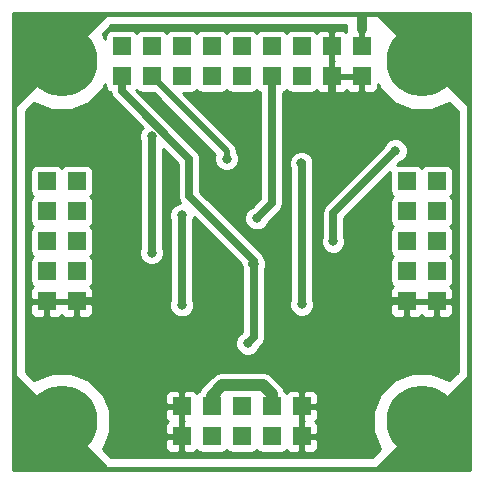
<source format=gbr>
G04 #@! TF.GenerationSoftware,KiCad,Pcbnew,(2017-02-05 revision 431abcf)-makepkg*
G04 #@! TF.CreationDate,2017-05-10T12:01:26+02:00*
G04 #@! TF.ProjectId,OZDUAL03B,4F5A4455414C3033422E6B696361645F,rev?*
G04 #@! TF.FileFunction,Copper,L1,Top,Signal*
G04 #@! TF.FilePolarity,Positive*
%FSLAX46Y46*%
G04 Gerber Fmt 4.6, Leading zero omitted, Abs format (unit mm)*
G04 Created by KiCad (PCBNEW (2017-02-05 revision 431abcf)-makepkg) date 05/10/17 12:01:26*
%MOMM*%
%LPD*%
G01*
G04 APERTURE LIST*
%ADD10C,0.100000*%
%ADD11R,1.524000X1.524000*%
%ADD12C,6.000000*%
%ADD13C,0.800000*%
%ADD14C,0.635000*%
%ADD15C,1.016000*%
%ADD16C,0.508000*%
%ADD17C,0.254000*%
G04 APERTURE END LIST*
D10*
D11*
X163830000Y-94820000D03*
X161290000Y-94820000D03*
X163830000Y-97360000D03*
X161290000Y-97360000D03*
X163830000Y-99900000D03*
X161290000Y-99900000D03*
X163830000Y-102440000D03*
X161290000Y-102440000D03*
X163830000Y-104980000D03*
X161290000Y-104980000D03*
X157480000Y-85930000D03*
X157480000Y-83390000D03*
X152400000Y-116410000D03*
X152400000Y-113870000D03*
X149860000Y-116410000D03*
X149860000Y-113870000D03*
X147320000Y-116410000D03*
X147320000Y-113870000D03*
X144780000Y-116410000D03*
X144780000Y-113870000D03*
X142240000Y-116410000D03*
X142240000Y-113870000D03*
X133350000Y-94820000D03*
X130810000Y-94820000D03*
X133350000Y-97360000D03*
X130810000Y-97360000D03*
X133350000Y-99900000D03*
X130810000Y-99900000D03*
X133350000Y-102440000D03*
X130810000Y-102440000D03*
X133350000Y-104980000D03*
X130810000Y-104980000D03*
D12*
X132080000Y-84660000D03*
X132080000Y-115140000D03*
X162560000Y-84660000D03*
X162560000Y-115140000D03*
D11*
X154940000Y-85930000D03*
X154940000Y-83390000D03*
X152400000Y-85930000D03*
X152400000Y-83390000D03*
X149860000Y-85930000D03*
X149860000Y-83390000D03*
X147320000Y-85930000D03*
X147320000Y-83390000D03*
X144780000Y-85930000D03*
X144780000Y-83390000D03*
X142240000Y-85930000D03*
X142240000Y-83390000D03*
X139700000Y-85930000D03*
X139700000Y-83390000D03*
X137160000Y-85930000D03*
X137160000Y-83390000D03*
D13*
X154940000Y-93296000D03*
X137160000Y-93232500D03*
X154940000Y-106504000D03*
X148336000Y-101805000D03*
X147828000Y-108536000D03*
X146050000Y-92915000D03*
X148590000Y-97931500D03*
X139700000Y-91010000D03*
X139700000Y-100852500D03*
X142240000Y-105297500D03*
X142240000Y-97677500D03*
X152400000Y-105234000D03*
X152368250Y-93264250D03*
X155067000Y-99900000D03*
X160337500Y-92216500D03*
D14*
X154940000Y-93296000D02*
X154940000Y-85930000D01*
X134937500Y-104980000D02*
X133350000Y-104980000D01*
X137223500Y-102694000D02*
X134937500Y-104980000D01*
X137223500Y-93296000D02*
X137223500Y-102694000D01*
X137160000Y-93232500D02*
X137223500Y-93296000D01*
X156464000Y-104980000D02*
X154940000Y-106504000D01*
X154940000Y-106504000D02*
X154940000Y-106504000D01*
X161290000Y-104980000D02*
X156464000Y-104980000D01*
X148336000Y-101805000D02*
X148336000Y-101551000D01*
X137160000Y-87200000D02*
X137160000Y-85930000D01*
X142875000Y-92915000D02*
X137160000Y-87200000D01*
X142875000Y-96090000D02*
X142875000Y-92915000D01*
X148336000Y-101551000D02*
X142875000Y-96090000D01*
X148336000Y-101805000D02*
X148209000Y-101805000D01*
X148209000Y-101805000D02*
X148336000Y-101805000D01*
X148336000Y-108028000D02*
X148336000Y-101805000D01*
X147828000Y-108536000D02*
X148336000Y-108028000D01*
D15*
X144780000Y-113870000D02*
X144780000Y-112981000D01*
X149860000Y-112854000D02*
X149860000Y-113870000D01*
X149098000Y-112092000D02*
X149860000Y-112854000D01*
X145669000Y-112092000D02*
X149098000Y-112092000D01*
X144780000Y-112981000D02*
X145669000Y-112092000D01*
D16*
X139720000Y-85930000D02*
X146050000Y-92260000D01*
X146050000Y-92260000D02*
X146050000Y-92915000D01*
X139700000Y-85930000D02*
X139720000Y-85930000D01*
D14*
X149860000Y-96661500D02*
X149860000Y-85930000D01*
X148590000Y-97931500D02*
X149860000Y-96661500D01*
X139700000Y-100852500D02*
X139700000Y-91010000D01*
D16*
X139700000Y-100852500D02*
X139700000Y-100725500D01*
D14*
X139700000Y-100725500D02*
X139700000Y-100789000D01*
X142240000Y-105297500D02*
X142240000Y-97677500D01*
X152400000Y-93296000D02*
X152400000Y-105234000D01*
X152400000Y-93296000D02*
X152368250Y-93264250D01*
X155067000Y-97487000D02*
X155067000Y-99900000D01*
X160337500Y-92216500D02*
X155067000Y-97487000D01*
D17*
G36*
X166676000Y-119254200D02*
X127964000Y-119254200D01*
X127964000Y-88470000D01*
X128143000Y-88470000D01*
X128143000Y-111330000D01*
X128152667Y-111378601D01*
X128180197Y-111419803D01*
X135800197Y-119039803D01*
X135841399Y-119067333D01*
X135890000Y-119077000D01*
X158750000Y-119077000D01*
X158798601Y-119067333D01*
X158839803Y-119039803D01*
X166459803Y-111419803D01*
X166487333Y-111378601D01*
X166497000Y-111330000D01*
X166497000Y-88470000D01*
X166487333Y-88421399D01*
X166459803Y-88380197D01*
X158839803Y-80760197D01*
X158798601Y-80732667D01*
X158750000Y-80723000D01*
X157861000Y-80723000D01*
X157812399Y-80732667D01*
X157771197Y-80760197D01*
X157743667Y-80801399D01*
X157734000Y-80850000D01*
X157734000Y-82024750D01*
X157607000Y-82151750D01*
X157607000Y-83263000D01*
X157627000Y-83263000D01*
X157627000Y-83517000D01*
X157607000Y-83517000D01*
X157607000Y-83537000D01*
X157353000Y-83537000D01*
X157353000Y-83517000D01*
X157333000Y-83517000D01*
X157333000Y-83263000D01*
X157353000Y-83263000D01*
X157353000Y-82151750D01*
X157194250Y-81993000D01*
X157162500Y-81993000D01*
X157162500Y-80850000D01*
X157152833Y-80801399D01*
X157125303Y-80760197D01*
X157084101Y-80732667D01*
X157035500Y-80723000D01*
X135890000Y-80723000D01*
X135841399Y-80732667D01*
X135800197Y-80760197D01*
X128180197Y-88380197D01*
X128152667Y-88421399D01*
X128143000Y-88470000D01*
X127964000Y-88470000D01*
X127964000Y-80542200D01*
X166676000Y-80542200D01*
X166676000Y-119254200D01*
X166676000Y-119254200D01*
G37*
X166676000Y-119254200D02*
X127964000Y-119254200D01*
X127964000Y-88470000D01*
X128143000Y-88470000D01*
X128143000Y-111330000D01*
X128152667Y-111378601D01*
X128180197Y-111419803D01*
X135800197Y-119039803D01*
X135841399Y-119067333D01*
X135890000Y-119077000D01*
X158750000Y-119077000D01*
X158798601Y-119067333D01*
X158839803Y-119039803D01*
X166459803Y-111419803D01*
X166487333Y-111378601D01*
X166497000Y-111330000D01*
X166497000Y-88470000D01*
X166487333Y-88421399D01*
X166459803Y-88380197D01*
X158839803Y-80760197D01*
X158798601Y-80732667D01*
X158750000Y-80723000D01*
X157861000Y-80723000D01*
X157812399Y-80732667D01*
X157771197Y-80760197D01*
X157743667Y-80801399D01*
X157734000Y-80850000D01*
X157734000Y-82024750D01*
X157607000Y-82151750D01*
X157607000Y-83263000D01*
X157627000Y-83263000D01*
X157627000Y-83517000D01*
X157607000Y-83517000D01*
X157607000Y-83537000D01*
X157353000Y-83537000D01*
X157353000Y-83517000D01*
X157333000Y-83517000D01*
X157333000Y-83263000D01*
X157353000Y-83263000D01*
X157353000Y-82151750D01*
X157194250Y-81993000D01*
X157162500Y-81993000D01*
X157162500Y-80850000D01*
X157152833Y-80801399D01*
X157125303Y-80760197D01*
X157084101Y-80732667D01*
X157035500Y-80723000D01*
X135890000Y-80723000D01*
X135841399Y-80732667D01*
X135800197Y-80760197D01*
X128180197Y-88380197D01*
X128152667Y-88421399D01*
X128143000Y-88470000D01*
X127964000Y-88470000D01*
X127964000Y-80542200D01*
X166676000Y-80542200D01*
X166676000Y-119254200D01*
G36*
X156146500Y-82174475D02*
X156061699Y-82089673D01*
X155828310Y-81993000D01*
X155225750Y-81993000D01*
X155067000Y-82151750D01*
X155067000Y-83263000D01*
X155087000Y-83263000D01*
X155087000Y-83517000D01*
X155067000Y-83517000D01*
X155067000Y-84628250D01*
X155098750Y-84660000D01*
X155067000Y-84691750D01*
X155067000Y-85803000D01*
X156178250Y-85803000D01*
X156210000Y-85771250D01*
X156241750Y-85803000D01*
X157353000Y-85803000D01*
X157353000Y-85783000D01*
X157607000Y-85783000D01*
X157607000Y-85803000D01*
X157627000Y-85803000D01*
X157627000Y-86057000D01*
X157607000Y-86057000D01*
X157607000Y-87168250D01*
X157765750Y-87327000D01*
X158368310Y-87327000D01*
X158601699Y-87230327D01*
X158780327Y-87051698D01*
X158877000Y-86818309D01*
X158877000Y-86553603D01*
X159059259Y-86994704D01*
X160219190Y-88156660D01*
X161735487Y-88786282D01*
X163377310Y-88787715D01*
X164894704Y-88160741D01*
X164911684Y-88143790D01*
X165608000Y-88840106D01*
X165608000Y-110959894D01*
X164912672Y-111655222D01*
X164900810Y-111643340D01*
X163384513Y-111013718D01*
X161742690Y-111012285D01*
X160225296Y-111639259D01*
X159063340Y-112799190D01*
X158433718Y-114315487D01*
X158432285Y-115957310D01*
X159059259Y-117474704D01*
X159076210Y-117491684D01*
X158379894Y-118188000D01*
X136260106Y-118188000D01*
X135564778Y-117492672D01*
X135576660Y-117480810D01*
X135902645Y-116695750D01*
X140843000Y-116695750D01*
X140843000Y-117298309D01*
X140939673Y-117531698D01*
X141118301Y-117710327D01*
X141351690Y-117807000D01*
X141954250Y-117807000D01*
X142113000Y-117648250D01*
X142113000Y-116537000D01*
X141001750Y-116537000D01*
X140843000Y-116695750D01*
X135902645Y-116695750D01*
X136206282Y-115964513D01*
X136207715Y-114322690D01*
X136138737Y-114155750D01*
X140843000Y-114155750D01*
X140843000Y-114758309D01*
X140939673Y-114991698D01*
X141087974Y-115140000D01*
X140939673Y-115288302D01*
X140843000Y-115521691D01*
X140843000Y-116124250D01*
X141001750Y-116283000D01*
X142113000Y-116283000D01*
X142113000Y-115171750D01*
X142081250Y-115140000D01*
X142113000Y-115108250D01*
X142113000Y-113997000D01*
X141001750Y-113997000D01*
X140843000Y-114155750D01*
X136138737Y-114155750D01*
X135653626Y-112981691D01*
X140843000Y-112981691D01*
X140843000Y-113584250D01*
X141001750Y-113743000D01*
X142113000Y-113743000D01*
X142113000Y-112631750D01*
X142367000Y-112631750D01*
X142367000Y-113743000D01*
X142387000Y-113743000D01*
X142387000Y-113997000D01*
X142367000Y-113997000D01*
X142367000Y-115108250D01*
X142398750Y-115140000D01*
X142367000Y-115171750D01*
X142367000Y-116283000D01*
X142387000Y-116283000D01*
X142387000Y-116537000D01*
X142367000Y-116537000D01*
X142367000Y-117648250D01*
X142525750Y-117807000D01*
X143128310Y-117807000D01*
X143361699Y-117710327D01*
X143512937Y-117559088D01*
X143560191Y-117629809D01*
X143770235Y-117770157D01*
X144018000Y-117819440D01*
X145542000Y-117819440D01*
X145789765Y-117770157D01*
X145999809Y-117629809D01*
X146050000Y-117554693D01*
X146100191Y-117629809D01*
X146310235Y-117770157D01*
X146558000Y-117819440D01*
X148082000Y-117819440D01*
X148329765Y-117770157D01*
X148539809Y-117629809D01*
X148590000Y-117554693D01*
X148640191Y-117629809D01*
X148850235Y-117770157D01*
X149098000Y-117819440D01*
X150622000Y-117819440D01*
X150869765Y-117770157D01*
X151079809Y-117629809D01*
X151127063Y-117559088D01*
X151278301Y-117710327D01*
X151511690Y-117807000D01*
X152114250Y-117807000D01*
X152273000Y-117648250D01*
X152273000Y-116537000D01*
X152527000Y-116537000D01*
X152527000Y-117648250D01*
X152685750Y-117807000D01*
X153288310Y-117807000D01*
X153521699Y-117710327D01*
X153700327Y-117531698D01*
X153797000Y-117298309D01*
X153797000Y-116695750D01*
X153638250Y-116537000D01*
X152527000Y-116537000D01*
X152273000Y-116537000D01*
X152253000Y-116537000D01*
X152253000Y-116283000D01*
X152273000Y-116283000D01*
X152273000Y-115171750D01*
X152241250Y-115140000D01*
X152273000Y-115108250D01*
X152273000Y-113997000D01*
X152527000Y-113997000D01*
X152527000Y-115108250D01*
X152558750Y-115140000D01*
X152527000Y-115171750D01*
X152527000Y-116283000D01*
X153638250Y-116283000D01*
X153797000Y-116124250D01*
X153797000Y-115521691D01*
X153700327Y-115288302D01*
X153552026Y-115140000D01*
X153700327Y-114991698D01*
X153797000Y-114758309D01*
X153797000Y-114155750D01*
X153638250Y-113997000D01*
X152527000Y-113997000D01*
X152273000Y-113997000D01*
X152253000Y-113997000D01*
X152253000Y-113743000D01*
X152273000Y-113743000D01*
X152273000Y-112631750D01*
X152527000Y-112631750D01*
X152527000Y-113743000D01*
X153638250Y-113743000D01*
X153797000Y-113584250D01*
X153797000Y-112981691D01*
X153700327Y-112748302D01*
X153521699Y-112569673D01*
X153288310Y-112473000D01*
X152685750Y-112473000D01*
X152527000Y-112631750D01*
X152273000Y-112631750D01*
X152114250Y-112473000D01*
X151511690Y-112473000D01*
X151278301Y-112569673D01*
X151127063Y-112720912D01*
X151079809Y-112650191D01*
X150944472Y-112559761D01*
X150915994Y-112416593D01*
X150668223Y-112045777D01*
X149906223Y-111283777D01*
X149535407Y-111036006D01*
X149098000Y-110949000D01*
X145669000Y-110949000D01*
X145231593Y-111036006D01*
X144860777Y-111283777D01*
X143971777Y-112172777D01*
X143727459Y-112538425D01*
X143560191Y-112650191D01*
X143512937Y-112720912D01*
X143361699Y-112569673D01*
X143128310Y-112473000D01*
X142525750Y-112473000D01*
X142367000Y-112631750D01*
X142113000Y-112631750D01*
X141954250Y-112473000D01*
X141351690Y-112473000D01*
X141118301Y-112569673D01*
X140939673Y-112748302D01*
X140843000Y-112981691D01*
X135653626Y-112981691D01*
X135580741Y-112805296D01*
X134420810Y-111643340D01*
X132904513Y-111013718D01*
X131262690Y-111012285D01*
X129745296Y-111639259D01*
X129728316Y-111656210D01*
X129032000Y-110959894D01*
X129032000Y-105265750D01*
X129413000Y-105265750D01*
X129413000Y-105868310D01*
X129509673Y-106101699D01*
X129688302Y-106280327D01*
X129921691Y-106377000D01*
X130524250Y-106377000D01*
X130683000Y-106218250D01*
X130683000Y-105107000D01*
X130937000Y-105107000D01*
X130937000Y-106218250D01*
X131095750Y-106377000D01*
X131698309Y-106377000D01*
X131931698Y-106280327D01*
X132080000Y-106132026D01*
X132228302Y-106280327D01*
X132461691Y-106377000D01*
X133064250Y-106377000D01*
X133223000Y-106218250D01*
X133223000Y-105107000D01*
X133477000Y-105107000D01*
X133477000Y-106218250D01*
X133635750Y-106377000D01*
X134238309Y-106377000D01*
X134471698Y-106280327D01*
X134650327Y-106101699D01*
X134747000Y-105868310D01*
X134747000Y-105265750D01*
X134588250Y-105107000D01*
X133477000Y-105107000D01*
X133223000Y-105107000D01*
X132111750Y-105107000D01*
X132080000Y-105138750D01*
X132048250Y-105107000D01*
X130937000Y-105107000D01*
X130683000Y-105107000D01*
X129571750Y-105107000D01*
X129413000Y-105265750D01*
X129032000Y-105265750D01*
X129032000Y-94058000D01*
X129400560Y-94058000D01*
X129400560Y-95582000D01*
X129449843Y-95829765D01*
X129590191Y-96039809D01*
X129665307Y-96090000D01*
X129590191Y-96140191D01*
X129449843Y-96350235D01*
X129400560Y-96598000D01*
X129400560Y-98122000D01*
X129449843Y-98369765D01*
X129590191Y-98579809D01*
X129665307Y-98630000D01*
X129590191Y-98680191D01*
X129449843Y-98890235D01*
X129400560Y-99138000D01*
X129400560Y-100662000D01*
X129449843Y-100909765D01*
X129590191Y-101119809D01*
X129665307Y-101170000D01*
X129590191Y-101220191D01*
X129449843Y-101430235D01*
X129400560Y-101678000D01*
X129400560Y-103202000D01*
X129449843Y-103449765D01*
X129590191Y-103659809D01*
X129660912Y-103707063D01*
X129509673Y-103858301D01*
X129413000Y-104091690D01*
X129413000Y-104694250D01*
X129571750Y-104853000D01*
X130683000Y-104853000D01*
X130683000Y-104833000D01*
X130937000Y-104833000D01*
X130937000Y-104853000D01*
X132048250Y-104853000D01*
X132080000Y-104821250D01*
X132111750Y-104853000D01*
X133223000Y-104853000D01*
X133223000Y-104833000D01*
X133477000Y-104833000D01*
X133477000Y-104853000D01*
X134588250Y-104853000D01*
X134747000Y-104694250D01*
X134747000Y-104091690D01*
X134650327Y-103858301D01*
X134499088Y-103707063D01*
X134569809Y-103659809D01*
X134710157Y-103449765D01*
X134759440Y-103202000D01*
X134759440Y-101678000D01*
X134710157Y-101430235D01*
X134569809Y-101220191D01*
X134494693Y-101170000D01*
X134569809Y-101119809D01*
X134710157Y-100909765D01*
X134759440Y-100662000D01*
X134759440Y-99138000D01*
X134710157Y-98890235D01*
X134569809Y-98680191D01*
X134494693Y-98630000D01*
X134569809Y-98579809D01*
X134710157Y-98369765D01*
X134759440Y-98122000D01*
X134759440Y-96598000D01*
X134710157Y-96350235D01*
X134569809Y-96140191D01*
X134494693Y-96090000D01*
X134569809Y-96039809D01*
X134710157Y-95829765D01*
X134759440Y-95582000D01*
X134759440Y-94058000D01*
X134710157Y-93810235D01*
X134569809Y-93600191D01*
X134359765Y-93459843D01*
X134112000Y-93410560D01*
X132588000Y-93410560D01*
X132340235Y-93459843D01*
X132130191Y-93600191D01*
X132080000Y-93675307D01*
X132029809Y-93600191D01*
X131819765Y-93459843D01*
X131572000Y-93410560D01*
X130048000Y-93410560D01*
X129800235Y-93459843D01*
X129590191Y-93600191D01*
X129449843Y-93810235D01*
X129400560Y-94058000D01*
X129032000Y-94058000D01*
X129032000Y-88840106D01*
X129727328Y-88144778D01*
X129739190Y-88156660D01*
X131255487Y-88786282D01*
X132897310Y-88787715D01*
X134414704Y-88160741D01*
X135576660Y-87000810D01*
X135750560Y-86582013D01*
X135750560Y-86692000D01*
X135799843Y-86939765D01*
X135940191Y-87149809D01*
X136150235Y-87290157D01*
X136228531Y-87305731D01*
X136280005Y-87564506D01*
X136486481Y-87873519D01*
X138929591Y-90316630D01*
X138823081Y-90422954D01*
X138665180Y-90803223D01*
X138664821Y-91214971D01*
X138747500Y-91415070D01*
X138747500Y-100447474D01*
X138665180Y-100645723D01*
X138664821Y-101057471D01*
X138822058Y-101438015D01*
X139112954Y-101729419D01*
X139493223Y-101887320D01*
X139904971Y-101887679D01*
X140285515Y-101730442D01*
X140576919Y-101439546D01*
X140734820Y-101059277D01*
X140735179Y-100647529D01*
X140652500Y-100447430D01*
X140652500Y-92039539D01*
X141922500Y-93309539D01*
X141922500Y-96090000D01*
X141995005Y-96454506D01*
X142120549Y-96642396D01*
X142035029Y-96642321D01*
X141654485Y-96799558D01*
X141363081Y-97090454D01*
X141205180Y-97470723D01*
X141204821Y-97882471D01*
X141287500Y-98082570D01*
X141287500Y-104892474D01*
X141205180Y-105090723D01*
X141204821Y-105502471D01*
X141362058Y-105883015D01*
X141652954Y-106174419D01*
X142033223Y-106332320D01*
X142444971Y-106332679D01*
X142825515Y-106175442D01*
X143116919Y-105884546D01*
X143274820Y-105504277D01*
X143275179Y-105092529D01*
X143192500Y-104892430D01*
X143192500Y-98082526D01*
X143274820Y-97884277D01*
X143274861Y-97836899D01*
X147259862Y-101821900D01*
X147329005Y-102169506D01*
X147383500Y-102251063D01*
X147383500Y-107599792D01*
X147242485Y-107658058D01*
X146951081Y-107948954D01*
X146793180Y-108329223D01*
X146792821Y-108740971D01*
X146950058Y-109121515D01*
X147240954Y-109412919D01*
X147621223Y-109570820D01*
X148032971Y-109571179D01*
X148413515Y-109413942D01*
X148704919Y-109123046D01*
X148787947Y-108923091D01*
X149009519Y-108701520D01*
X149215995Y-108392506D01*
X149288500Y-108028000D01*
X149288500Y-102210026D01*
X149370820Y-102011777D01*
X149371179Y-101600029D01*
X149230555Y-101259692D01*
X149215995Y-101186494D01*
X149009519Y-100877481D01*
X143827500Y-95695462D01*
X143827500Y-92915000D01*
X143754995Y-92550494D01*
X143645973Y-92387331D01*
X143548520Y-92241481D01*
X138410666Y-87103628D01*
X138430000Y-87074693D01*
X138480191Y-87149809D01*
X138690235Y-87290157D01*
X138938000Y-87339440D01*
X139872204Y-87339440D01*
X145081433Y-92548669D01*
X145015180Y-92708223D01*
X145014821Y-93119971D01*
X145172058Y-93500515D01*
X145462954Y-93791919D01*
X145843223Y-93949820D01*
X146254971Y-93950179D01*
X146635515Y-93792942D01*
X146926919Y-93502046D01*
X147084820Y-93121777D01*
X147085179Y-92710029D01*
X146939000Y-92356248D01*
X146939000Y-92260000D01*
X146871329Y-91919794D01*
X146678618Y-91631382D01*
X142386676Y-87339440D01*
X143002000Y-87339440D01*
X143249765Y-87290157D01*
X143459809Y-87149809D01*
X143510000Y-87074693D01*
X143560191Y-87149809D01*
X143770235Y-87290157D01*
X144018000Y-87339440D01*
X145542000Y-87339440D01*
X145789765Y-87290157D01*
X145999809Y-87149809D01*
X146050000Y-87074693D01*
X146100191Y-87149809D01*
X146310235Y-87290157D01*
X146558000Y-87339440D01*
X148082000Y-87339440D01*
X148329765Y-87290157D01*
X148539809Y-87149809D01*
X148590000Y-87074693D01*
X148640191Y-87149809D01*
X148850235Y-87290157D01*
X148907500Y-87301548D01*
X148907500Y-96266962D01*
X148202878Y-96971584D01*
X148004485Y-97053558D01*
X147713081Y-97344454D01*
X147555180Y-97724723D01*
X147554821Y-98136471D01*
X147712058Y-98517015D01*
X148002954Y-98808419D01*
X148383223Y-98966320D01*
X148794971Y-98966679D01*
X149175515Y-98809442D01*
X149466919Y-98518546D01*
X149549948Y-98318590D01*
X150533519Y-97335019D01*
X150739995Y-97026006D01*
X150812500Y-96661500D01*
X150812500Y-93469221D01*
X151333071Y-93469221D01*
X151447500Y-93746161D01*
X151447500Y-104828974D01*
X151365180Y-105027223D01*
X151364821Y-105438971D01*
X151522058Y-105819515D01*
X151812954Y-106110919D01*
X152193223Y-106268820D01*
X152604971Y-106269179D01*
X152985515Y-106111942D01*
X153276919Y-105821046D01*
X153434820Y-105440777D01*
X153434972Y-105265750D01*
X159893000Y-105265750D01*
X159893000Y-105868310D01*
X159989673Y-106101699D01*
X160168302Y-106280327D01*
X160401691Y-106377000D01*
X161004250Y-106377000D01*
X161163000Y-106218250D01*
X161163000Y-105107000D01*
X161417000Y-105107000D01*
X161417000Y-106218250D01*
X161575750Y-106377000D01*
X162178309Y-106377000D01*
X162411698Y-106280327D01*
X162560000Y-106132026D01*
X162708302Y-106280327D01*
X162941691Y-106377000D01*
X163544250Y-106377000D01*
X163703000Y-106218250D01*
X163703000Y-105107000D01*
X163957000Y-105107000D01*
X163957000Y-106218250D01*
X164115750Y-106377000D01*
X164718309Y-106377000D01*
X164951698Y-106280327D01*
X165130327Y-106101699D01*
X165227000Y-105868310D01*
X165227000Y-105265750D01*
X165068250Y-105107000D01*
X163957000Y-105107000D01*
X163703000Y-105107000D01*
X162591750Y-105107000D01*
X162560000Y-105138750D01*
X162528250Y-105107000D01*
X161417000Y-105107000D01*
X161163000Y-105107000D01*
X160051750Y-105107000D01*
X159893000Y-105265750D01*
X153434972Y-105265750D01*
X153435179Y-105029029D01*
X153352500Y-104828930D01*
X153352500Y-100104971D01*
X154031821Y-100104971D01*
X154189058Y-100485515D01*
X154479954Y-100776919D01*
X154860223Y-100934820D01*
X155271971Y-100935179D01*
X155652515Y-100777942D01*
X155943919Y-100487046D01*
X156101820Y-100106777D01*
X156102179Y-99695029D01*
X156019500Y-99494930D01*
X156019500Y-97881538D01*
X159889877Y-94011162D01*
X159880560Y-94058000D01*
X159880560Y-95582000D01*
X159929843Y-95829765D01*
X160070191Y-96039809D01*
X160145307Y-96090000D01*
X160070191Y-96140191D01*
X159929843Y-96350235D01*
X159880560Y-96598000D01*
X159880560Y-98122000D01*
X159929843Y-98369765D01*
X160070191Y-98579809D01*
X160145307Y-98630000D01*
X160070191Y-98680191D01*
X159929843Y-98890235D01*
X159880560Y-99138000D01*
X159880560Y-100662000D01*
X159929843Y-100909765D01*
X160070191Y-101119809D01*
X160145307Y-101170000D01*
X160070191Y-101220191D01*
X159929843Y-101430235D01*
X159880560Y-101678000D01*
X159880560Y-103202000D01*
X159929843Y-103449765D01*
X160070191Y-103659809D01*
X160140912Y-103707063D01*
X159989673Y-103858301D01*
X159893000Y-104091690D01*
X159893000Y-104694250D01*
X160051750Y-104853000D01*
X161163000Y-104853000D01*
X161163000Y-104833000D01*
X161417000Y-104833000D01*
X161417000Y-104853000D01*
X162528250Y-104853000D01*
X162560000Y-104821250D01*
X162591750Y-104853000D01*
X163703000Y-104853000D01*
X163703000Y-104833000D01*
X163957000Y-104833000D01*
X163957000Y-104853000D01*
X165068250Y-104853000D01*
X165227000Y-104694250D01*
X165227000Y-104091690D01*
X165130327Y-103858301D01*
X164979088Y-103707063D01*
X165049809Y-103659809D01*
X165190157Y-103449765D01*
X165239440Y-103202000D01*
X165239440Y-101678000D01*
X165190157Y-101430235D01*
X165049809Y-101220191D01*
X164974693Y-101170000D01*
X165049809Y-101119809D01*
X165190157Y-100909765D01*
X165239440Y-100662000D01*
X165239440Y-99138000D01*
X165190157Y-98890235D01*
X165049809Y-98680191D01*
X164974693Y-98630000D01*
X165049809Y-98579809D01*
X165190157Y-98369765D01*
X165239440Y-98122000D01*
X165239440Y-96598000D01*
X165190157Y-96350235D01*
X165049809Y-96140191D01*
X164974693Y-96090000D01*
X165049809Y-96039809D01*
X165190157Y-95829765D01*
X165239440Y-95582000D01*
X165239440Y-94058000D01*
X165190157Y-93810235D01*
X165049809Y-93600191D01*
X164839765Y-93459843D01*
X164592000Y-93410560D01*
X163068000Y-93410560D01*
X162820235Y-93459843D01*
X162610191Y-93600191D01*
X162560000Y-93675307D01*
X162509809Y-93600191D01*
X162299765Y-93459843D01*
X162052000Y-93410560D01*
X160528000Y-93410560D01*
X160481162Y-93419876D01*
X160724624Y-93176415D01*
X160923015Y-93094442D01*
X161214419Y-92803546D01*
X161372320Y-92423277D01*
X161372679Y-92011529D01*
X161215442Y-91630985D01*
X160924546Y-91339581D01*
X160544277Y-91181680D01*
X160132529Y-91181321D01*
X159751985Y-91338558D01*
X159460581Y-91629454D01*
X159377553Y-91829408D01*
X154393481Y-96813481D01*
X154187005Y-97122494D01*
X154114500Y-97487000D01*
X154114500Y-99494974D01*
X154032180Y-99693223D01*
X154031821Y-100104971D01*
X153352500Y-100104971D01*
X153352500Y-93592813D01*
X153403070Y-93471027D01*
X153403429Y-93059279D01*
X153246192Y-92678735D01*
X152955296Y-92387331D01*
X152575027Y-92229430D01*
X152163279Y-92229071D01*
X151782735Y-92386308D01*
X151491331Y-92677204D01*
X151333430Y-93057473D01*
X151333071Y-93469221D01*
X150812500Y-93469221D01*
X150812500Y-87301548D01*
X150869765Y-87290157D01*
X151079809Y-87149809D01*
X151130000Y-87074693D01*
X151180191Y-87149809D01*
X151390235Y-87290157D01*
X151638000Y-87339440D01*
X153162000Y-87339440D01*
X153409765Y-87290157D01*
X153619809Y-87149809D01*
X153667063Y-87079088D01*
X153818301Y-87230327D01*
X154051690Y-87327000D01*
X154654250Y-87327000D01*
X154813000Y-87168250D01*
X154813000Y-86057000D01*
X155067000Y-86057000D01*
X155067000Y-87168250D01*
X155225750Y-87327000D01*
X155828310Y-87327000D01*
X156061699Y-87230327D01*
X156210000Y-87082025D01*
X156358301Y-87230327D01*
X156591690Y-87327000D01*
X157194250Y-87327000D01*
X157353000Y-87168250D01*
X157353000Y-86057000D01*
X156241750Y-86057000D01*
X156210000Y-86088750D01*
X156178250Y-86057000D01*
X155067000Y-86057000D01*
X154813000Y-86057000D01*
X154793000Y-86057000D01*
X154793000Y-85803000D01*
X154813000Y-85803000D01*
X154813000Y-84691750D01*
X154781250Y-84660000D01*
X154813000Y-84628250D01*
X154813000Y-83517000D01*
X154793000Y-83517000D01*
X154793000Y-83263000D01*
X154813000Y-83263000D01*
X154813000Y-82151750D01*
X154654250Y-81993000D01*
X154051690Y-81993000D01*
X153818301Y-82089673D01*
X153667063Y-82240912D01*
X153619809Y-82170191D01*
X153409765Y-82029843D01*
X153162000Y-81980560D01*
X151638000Y-81980560D01*
X151390235Y-82029843D01*
X151180191Y-82170191D01*
X151130000Y-82245307D01*
X151079809Y-82170191D01*
X150869765Y-82029843D01*
X150622000Y-81980560D01*
X149098000Y-81980560D01*
X148850235Y-82029843D01*
X148640191Y-82170191D01*
X148590000Y-82245307D01*
X148539809Y-82170191D01*
X148329765Y-82029843D01*
X148082000Y-81980560D01*
X146558000Y-81980560D01*
X146310235Y-82029843D01*
X146100191Y-82170191D01*
X146050000Y-82245307D01*
X145999809Y-82170191D01*
X145789765Y-82029843D01*
X145542000Y-81980560D01*
X144018000Y-81980560D01*
X143770235Y-82029843D01*
X143560191Y-82170191D01*
X143510000Y-82245307D01*
X143459809Y-82170191D01*
X143249765Y-82029843D01*
X143002000Y-81980560D01*
X141478000Y-81980560D01*
X141230235Y-82029843D01*
X141020191Y-82170191D01*
X140970000Y-82245307D01*
X140919809Y-82170191D01*
X140709765Y-82029843D01*
X140462000Y-81980560D01*
X138938000Y-81980560D01*
X138690235Y-82029843D01*
X138480191Y-82170191D01*
X138430000Y-82245307D01*
X138379809Y-82170191D01*
X138169765Y-82029843D01*
X137922000Y-81980560D01*
X136398000Y-81980560D01*
X136150235Y-82029843D01*
X135940191Y-82170191D01*
X135799843Y-82380235D01*
X135750560Y-82628000D01*
X135750560Y-82736290D01*
X135580741Y-82325296D01*
X135563790Y-82308316D01*
X136260106Y-81612000D01*
X156146500Y-81612000D01*
X156146500Y-82174475D01*
X156146500Y-82174475D01*
G37*
X156146500Y-82174475D02*
X156061699Y-82089673D01*
X155828310Y-81993000D01*
X155225750Y-81993000D01*
X155067000Y-82151750D01*
X155067000Y-83263000D01*
X155087000Y-83263000D01*
X155087000Y-83517000D01*
X155067000Y-83517000D01*
X155067000Y-84628250D01*
X155098750Y-84660000D01*
X155067000Y-84691750D01*
X155067000Y-85803000D01*
X156178250Y-85803000D01*
X156210000Y-85771250D01*
X156241750Y-85803000D01*
X157353000Y-85803000D01*
X157353000Y-85783000D01*
X157607000Y-85783000D01*
X157607000Y-85803000D01*
X157627000Y-85803000D01*
X157627000Y-86057000D01*
X157607000Y-86057000D01*
X157607000Y-87168250D01*
X157765750Y-87327000D01*
X158368310Y-87327000D01*
X158601699Y-87230327D01*
X158780327Y-87051698D01*
X158877000Y-86818309D01*
X158877000Y-86553603D01*
X159059259Y-86994704D01*
X160219190Y-88156660D01*
X161735487Y-88786282D01*
X163377310Y-88787715D01*
X164894704Y-88160741D01*
X164911684Y-88143790D01*
X165608000Y-88840106D01*
X165608000Y-110959894D01*
X164912672Y-111655222D01*
X164900810Y-111643340D01*
X163384513Y-111013718D01*
X161742690Y-111012285D01*
X160225296Y-111639259D01*
X159063340Y-112799190D01*
X158433718Y-114315487D01*
X158432285Y-115957310D01*
X159059259Y-117474704D01*
X159076210Y-117491684D01*
X158379894Y-118188000D01*
X136260106Y-118188000D01*
X135564778Y-117492672D01*
X135576660Y-117480810D01*
X135902645Y-116695750D01*
X140843000Y-116695750D01*
X140843000Y-117298309D01*
X140939673Y-117531698D01*
X141118301Y-117710327D01*
X141351690Y-117807000D01*
X141954250Y-117807000D01*
X142113000Y-117648250D01*
X142113000Y-116537000D01*
X141001750Y-116537000D01*
X140843000Y-116695750D01*
X135902645Y-116695750D01*
X136206282Y-115964513D01*
X136207715Y-114322690D01*
X136138737Y-114155750D01*
X140843000Y-114155750D01*
X140843000Y-114758309D01*
X140939673Y-114991698D01*
X141087974Y-115140000D01*
X140939673Y-115288302D01*
X140843000Y-115521691D01*
X140843000Y-116124250D01*
X141001750Y-116283000D01*
X142113000Y-116283000D01*
X142113000Y-115171750D01*
X142081250Y-115140000D01*
X142113000Y-115108250D01*
X142113000Y-113997000D01*
X141001750Y-113997000D01*
X140843000Y-114155750D01*
X136138737Y-114155750D01*
X135653626Y-112981691D01*
X140843000Y-112981691D01*
X140843000Y-113584250D01*
X141001750Y-113743000D01*
X142113000Y-113743000D01*
X142113000Y-112631750D01*
X142367000Y-112631750D01*
X142367000Y-113743000D01*
X142387000Y-113743000D01*
X142387000Y-113997000D01*
X142367000Y-113997000D01*
X142367000Y-115108250D01*
X142398750Y-115140000D01*
X142367000Y-115171750D01*
X142367000Y-116283000D01*
X142387000Y-116283000D01*
X142387000Y-116537000D01*
X142367000Y-116537000D01*
X142367000Y-117648250D01*
X142525750Y-117807000D01*
X143128310Y-117807000D01*
X143361699Y-117710327D01*
X143512937Y-117559088D01*
X143560191Y-117629809D01*
X143770235Y-117770157D01*
X144018000Y-117819440D01*
X145542000Y-117819440D01*
X145789765Y-117770157D01*
X145999809Y-117629809D01*
X146050000Y-117554693D01*
X146100191Y-117629809D01*
X146310235Y-117770157D01*
X146558000Y-117819440D01*
X148082000Y-117819440D01*
X148329765Y-117770157D01*
X148539809Y-117629809D01*
X148590000Y-117554693D01*
X148640191Y-117629809D01*
X148850235Y-117770157D01*
X149098000Y-117819440D01*
X150622000Y-117819440D01*
X150869765Y-117770157D01*
X151079809Y-117629809D01*
X151127063Y-117559088D01*
X151278301Y-117710327D01*
X151511690Y-117807000D01*
X152114250Y-117807000D01*
X152273000Y-117648250D01*
X152273000Y-116537000D01*
X152527000Y-116537000D01*
X152527000Y-117648250D01*
X152685750Y-117807000D01*
X153288310Y-117807000D01*
X153521699Y-117710327D01*
X153700327Y-117531698D01*
X153797000Y-117298309D01*
X153797000Y-116695750D01*
X153638250Y-116537000D01*
X152527000Y-116537000D01*
X152273000Y-116537000D01*
X152253000Y-116537000D01*
X152253000Y-116283000D01*
X152273000Y-116283000D01*
X152273000Y-115171750D01*
X152241250Y-115140000D01*
X152273000Y-115108250D01*
X152273000Y-113997000D01*
X152527000Y-113997000D01*
X152527000Y-115108250D01*
X152558750Y-115140000D01*
X152527000Y-115171750D01*
X152527000Y-116283000D01*
X153638250Y-116283000D01*
X153797000Y-116124250D01*
X153797000Y-115521691D01*
X153700327Y-115288302D01*
X153552026Y-115140000D01*
X153700327Y-114991698D01*
X153797000Y-114758309D01*
X153797000Y-114155750D01*
X153638250Y-113997000D01*
X152527000Y-113997000D01*
X152273000Y-113997000D01*
X152253000Y-113997000D01*
X152253000Y-113743000D01*
X152273000Y-113743000D01*
X152273000Y-112631750D01*
X152527000Y-112631750D01*
X152527000Y-113743000D01*
X153638250Y-113743000D01*
X153797000Y-113584250D01*
X153797000Y-112981691D01*
X153700327Y-112748302D01*
X153521699Y-112569673D01*
X153288310Y-112473000D01*
X152685750Y-112473000D01*
X152527000Y-112631750D01*
X152273000Y-112631750D01*
X152114250Y-112473000D01*
X151511690Y-112473000D01*
X151278301Y-112569673D01*
X151127063Y-112720912D01*
X151079809Y-112650191D01*
X150944472Y-112559761D01*
X150915994Y-112416593D01*
X150668223Y-112045777D01*
X149906223Y-111283777D01*
X149535407Y-111036006D01*
X149098000Y-110949000D01*
X145669000Y-110949000D01*
X145231593Y-111036006D01*
X144860777Y-111283777D01*
X143971777Y-112172777D01*
X143727459Y-112538425D01*
X143560191Y-112650191D01*
X143512937Y-112720912D01*
X143361699Y-112569673D01*
X143128310Y-112473000D01*
X142525750Y-112473000D01*
X142367000Y-112631750D01*
X142113000Y-112631750D01*
X141954250Y-112473000D01*
X141351690Y-112473000D01*
X141118301Y-112569673D01*
X140939673Y-112748302D01*
X140843000Y-112981691D01*
X135653626Y-112981691D01*
X135580741Y-112805296D01*
X134420810Y-111643340D01*
X132904513Y-111013718D01*
X131262690Y-111012285D01*
X129745296Y-111639259D01*
X129728316Y-111656210D01*
X129032000Y-110959894D01*
X129032000Y-105265750D01*
X129413000Y-105265750D01*
X129413000Y-105868310D01*
X129509673Y-106101699D01*
X129688302Y-106280327D01*
X129921691Y-106377000D01*
X130524250Y-106377000D01*
X130683000Y-106218250D01*
X130683000Y-105107000D01*
X130937000Y-105107000D01*
X130937000Y-106218250D01*
X131095750Y-106377000D01*
X131698309Y-106377000D01*
X131931698Y-106280327D01*
X132080000Y-106132026D01*
X132228302Y-106280327D01*
X132461691Y-106377000D01*
X133064250Y-106377000D01*
X133223000Y-106218250D01*
X133223000Y-105107000D01*
X133477000Y-105107000D01*
X133477000Y-106218250D01*
X133635750Y-106377000D01*
X134238309Y-106377000D01*
X134471698Y-106280327D01*
X134650327Y-106101699D01*
X134747000Y-105868310D01*
X134747000Y-105265750D01*
X134588250Y-105107000D01*
X133477000Y-105107000D01*
X133223000Y-105107000D01*
X132111750Y-105107000D01*
X132080000Y-105138750D01*
X132048250Y-105107000D01*
X130937000Y-105107000D01*
X130683000Y-105107000D01*
X129571750Y-105107000D01*
X129413000Y-105265750D01*
X129032000Y-105265750D01*
X129032000Y-94058000D01*
X129400560Y-94058000D01*
X129400560Y-95582000D01*
X129449843Y-95829765D01*
X129590191Y-96039809D01*
X129665307Y-96090000D01*
X129590191Y-96140191D01*
X129449843Y-96350235D01*
X129400560Y-96598000D01*
X129400560Y-98122000D01*
X129449843Y-98369765D01*
X129590191Y-98579809D01*
X129665307Y-98630000D01*
X129590191Y-98680191D01*
X129449843Y-98890235D01*
X129400560Y-99138000D01*
X129400560Y-100662000D01*
X129449843Y-100909765D01*
X129590191Y-101119809D01*
X129665307Y-101170000D01*
X129590191Y-101220191D01*
X129449843Y-101430235D01*
X129400560Y-101678000D01*
X129400560Y-103202000D01*
X129449843Y-103449765D01*
X129590191Y-103659809D01*
X129660912Y-103707063D01*
X129509673Y-103858301D01*
X129413000Y-104091690D01*
X129413000Y-104694250D01*
X129571750Y-104853000D01*
X130683000Y-104853000D01*
X130683000Y-104833000D01*
X130937000Y-104833000D01*
X130937000Y-104853000D01*
X132048250Y-104853000D01*
X132080000Y-104821250D01*
X132111750Y-104853000D01*
X133223000Y-104853000D01*
X133223000Y-104833000D01*
X133477000Y-104833000D01*
X133477000Y-104853000D01*
X134588250Y-104853000D01*
X134747000Y-104694250D01*
X134747000Y-104091690D01*
X134650327Y-103858301D01*
X134499088Y-103707063D01*
X134569809Y-103659809D01*
X134710157Y-103449765D01*
X134759440Y-103202000D01*
X134759440Y-101678000D01*
X134710157Y-101430235D01*
X134569809Y-101220191D01*
X134494693Y-101170000D01*
X134569809Y-101119809D01*
X134710157Y-100909765D01*
X134759440Y-100662000D01*
X134759440Y-99138000D01*
X134710157Y-98890235D01*
X134569809Y-98680191D01*
X134494693Y-98630000D01*
X134569809Y-98579809D01*
X134710157Y-98369765D01*
X134759440Y-98122000D01*
X134759440Y-96598000D01*
X134710157Y-96350235D01*
X134569809Y-96140191D01*
X134494693Y-96090000D01*
X134569809Y-96039809D01*
X134710157Y-95829765D01*
X134759440Y-95582000D01*
X134759440Y-94058000D01*
X134710157Y-93810235D01*
X134569809Y-93600191D01*
X134359765Y-93459843D01*
X134112000Y-93410560D01*
X132588000Y-93410560D01*
X132340235Y-93459843D01*
X132130191Y-93600191D01*
X132080000Y-93675307D01*
X132029809Y-93600191D01*
X131819765Y-93459843D01*
X131572000Y-93410560D01*
X130048000Y-93410560D01*
X129800235Y-93459843D01*
X129590191Y-93600191D01*
X129449843Y-93810235D01*
X129400560Y-94058000D01*
X129032000Y-94058000D01*
X129032000Y-88840106D01*
X129727328Y-88144778D01*
X129739190Y-88156660D01*
X131255487Y-88786282D01*
X132897310Y-88787715D01*
X134414704Y-88160741D01*
X135576660Y-87000810D01*
X135750560Y-86582013D01*
X135750560Y-86692000D01*
X135799843Y-86939765D01*
X135940191Y-87149809D01*
X136150235Y-87290157D01*
X136228531Y-87305731D01*
X136280005Y-87564506D01*
X136486481Y-87873519D01*
X138929591Y-90316630D01*
X138823081Y-90422954D01*
X138665180Y-90803223D01*
X138664821Y-91214971D01*
X138747500Y-91415070D01*
X138747500Y-100447474D01*
X138665180Y-100645723D01*
X138664821Y-101057471D01*
X138822058Y-101438015D01*
X139112954Y-101729419D01*
X139493223Y-101887320D01*
X139904971Y-101887679D01*
X140285515Y-101730442D01*
X140576919Y-101439546D01*
X140734820Y-101059277D01*
X140735179Y-100647529D01*
X140652500Y-100447430D01*
X140652500Y-92039539D01*
X141922500Y-93309539D01*
X141922500Y-96090000D01*
X141995005Y-96454506D01*
X142120549Y-96642396D01*
X142035029Y-96642321D01*
X141654485Y-96799558D01*
X141363081Y-97090454D01*
X141205180Y-97470723D01*
X141204821Y-97882471D01*
X141287500Y-98082570D01*
X141287500Y-104892474D01*
X141205180Y-105090723D01*
X141204821Y-105502471D01*
X141362058Y-105883015D01*
X141652954Y-106174419D01*
X142033223Y-106332320D01*
X142444971Y-106332679D01*
X142825515Y-106175442D01*
X143116919Y-105884546D01*
X143274820Y-105504277D01*
X143275179Y-105092529D01*
X143192500Y-104892430D01*
X143192500Y-98082526D01*
X143274820Y-97884277D01*
X143274861Y-97836899D01*
X147259862Y-101821900D01*
X147329005Y-102169506D01*
X147383500Y-102251063D01*
X147383500Y-107599792D01*
X147242485Y-107658058D01*
X146951081Y-107948954D01*
X146793180Y-108329223D01*
X146792821Y-108740971D01*
X146950058Y-109121515D01*
X147240954Y-109412919D01*
X147621223Y-109570820D01*
X148032971Y-109571179D01*
X148413515Y-109413942D01*
X148704919Y-109123046D01*
X148787947Y-108923091D01*
X149009519Y-108701520D01*
X149215995Y-108392506D01*
X149288500Y-108028000D01*
X149288500Y-102210026D01*
X149370820Y-102011777D01*
X149371179Y-101600029D01*
X149230555Y-101259692D01*
X149215995Y-101186494D01*
X149009519Y-100877481D01*
X143827500Y-95695462D01*
X143827500Y-92915000D01*
X143754995Y-92550494D01*
X143645973Y-92387331D01*
X143548520Y-92241481D01*
X138410666Y-87103628D01*
X138430000Y-87074693D01*
X138480191Y-87149809D01*
X138690235Y-87290157D01*
X138938000Y-87339440D01*
X139872204Y-87339440D01*
X145081433Y-92548669D01*
X145015180Y-92708223D01*
X145014821Y-93119971D01*
X145172058Y-93500515D01*
X145462954Y-93791919D01*
X145843223Y-93949820D01*
X146254971Y-93950179D01*
X146635515Y-93792942D01*
X146926919Y-93502046D01*
X147084820Y-93121777D01*
X147085179Y-92710029D01*
X146939000Y-92356248D01*
X146939000Y-92260000D01*
X146871329Y-91919794D01*
X146678618Y-91631382D01*
X142386676Y-87339440D01*
X143002000Y-87339440D01*
X143249765Y-87290157D01*
X143459809Y-87149809D01*
X143510000Y-87074693D01*
X143560191Y-87149809D01*
X143770235Y-87290157D01*
X144018000Y-87339440D01*
X145542000Y-87339440D01*
X145789765Y-87290157D01*
X145999809Y-87149809D01*
X146050000Y-87074693D01*
X146100191Y-87149809D01*
X146310235Y-87290157D01*
X146558000Y-87339440D01*
X148082000Y-87339440D01*
X148329765Y-87290157D01*
X148539809Y-87149809D01*
X148590000Y-87074693D01*
X148640191Y-87149809D01*
X148850235Y-87290157D01*
X148907500Y-87301548D01*
X148907500Y-96266962D01*
X148202878Y-96971584D01*
X148004485Y-97053558D01*
X147713081Y-97344454D01*
X147555180Y-97724723D01*
X147554821Y-98136471D01*
X147712058Y-98517015D01*
X148002954Y-98808419D01*
X148383223Y-98966320D01*
X148794971Y-98966679D01*
X149175515Y-98809442D01*
X149466919Y-98518546D01*
X149549948Y-98318590D01*
X150533519Y-97335019D01*
X150739995Y-97026006D01*
X150812500Y-96661500D01*
X150812500Y-93469221D01*
X151333071Y-93469221D01*
X151447500Y-93746161D01*
X151447500Y-104828974D01*
X151365180Y-105027223D01*
X151364821Y-105438971D01*
X151522058Y-105819515D01*
X151812954Y-106110919D01*
X152193223Y-106268820D01*
X152604971Y-106269179D01*
X152985515Y-106111942D01*
X153276919Y-105821046D01*
X153434820Y-105440777D01*
X153434972Y-105265750D01*
X159893000Y-105265750D01*
X159893000Y-105868310D01*
X159989673Y-106101699D01*
X160168302Y-106280327D01*
X160401691Y-106377000D01*
X161004250Y-106377000D01*
X161163000Y-106218250D01*
X161163000Y-105107000D01*
X161417000Y-105107000D01*
X161417000Y-106218250D01*
X161575750Y-106377000D01*
X162178309Y-106377000D01*
X162411698Y-106280327D01*
X162560000Y-106132026D01*
X162708302Y-106280327D01*
X162941691Y-106377000D01*
X163544250Y-106377000D01*
X163703000Y-106218250D01*
X163703000Y-105107000D01*
X163957000Y-105107000D01*
X163957000Y-106218250D01*
X164115750Y-106377000D01*
X164718309Y-106377000D01*
X164951698Y-106280327D01*
X165130327Y-106101699D01*
X165227000Y-105868310D01*
X165227000Y-105265750D01*
X165068250Y-105107000D01*
X163957000Y-105107000D01*
X163703000Y-105107000D01*
X162591750Y-105107000D01*
X162560000Y-105138750D01*
X162528250Y-105107000D01*
X161417000Y-105107000D01*
X161163000Y-105107000D01*
X160051750Y-105107000D01*
X159893000Y-105265750D01*
X153434972Y-105265750D01*
X153435179Y-105029029D01*
X153352500Y-104828930D01*
X153352500Y-100104971D01*
X154031821Y-100104971D01*
X154189058Y-100485515D01*
X154479954Y-100776919D01*
X154860223Y-100934820D01*
X155271971Y-100935179D01*
X155652515Y-100777942D01*
X155943919Y-100487046D01*
X156101820Y-100106777D01*
X156102179Y-99695029D01*
X156019500Y-99494930D01*
X156019500Y-97881538D01*
X159889877Y-94011162D01*
X159880560Y-94058000D01*
X159880560Y-95582000D01*
X159929843Y-95829765D01*
X160070191Y-96039809D01*
X160145307Y-96090000D01*
X160070191Y-96140191D01*
X159929843Y-96350235D01*
X159880560Y-96598000D01*
X159880560Y-98122000D01*
X159929843Y-98369765D01*
X160070191Y-98579809D01*
X160145307Y-98630000D01*
X160070191Y-98680191D01*
X159929843Y-98890235D01*
X159880560Y-99138000D01*
X159880560Y-100662000D01*
X159929843Y-100909765D01*
X160070191Y-101119809D01*
X160145307Y-101170000D01*
X160070191Y-101220191D01*
X159929843Y-101430235D01*
X159880560Y-101678000D01*
X159880560Y-103202000D01*
X159929843Y-103449765D01*
X160070191Y-103659809D01*
X160140912Y-103707063D01*
X159989673Y-103858301D01*
X159893000Y-104091690D01*
X159893000Y-104694250D01*
X160051750Y-104853000D01*
X161163000Y-104853000D01*
X161163000Y-104833000D01*
X161417000Y-104833000D01*
X161417000Y-104853000D01*
X162528250Y-104853000D01*
X162560000Y-104821250D01*
X162591750Y-104853000D01*
X163703000Y-104853000D01*
X163703000Y-104833000D01*
X163957000Y-104833000D01*
X163957000Y-104853000D01*
X165068250Y-104853000D01*
X165227000Y-104694250D01*
X165227000Y-104091690D01*
X165130327Y-103858301D01*
X164979088Y-103707063D01*
X165049809Y-103659809D01*
X165190157Y-103449765D01*
X165239440Y-103202000D01*
X165239440Y-101678000D01*
X165190157Y-101430235D01*
X165049809Y-101220191D01*
X164974693Y-101170000D01*
X165049809Y-101119809D01*
X165190157Y-100909765D01*
X165239440Y-100662000D01*
X165239440Y-99138000D01*
X165190157Y-98890235D01*
X165049809Y-98680191D01*
X164974693Y-98630000D01*
X165049809Y-98579809D01*
X165190157Y-98369765D01*
X165239440Y-98122000D01*
X165239440Y-96598000D01*
X165190157Y-96350235D01*
X165049809Y-96140191D01*
X164974693Y-96090000D01*
X165049809Y-96039809D01*
X165190157Y-95829765D01*
X165239440Y-95582000D01*
X165239440Y-94058000D01*
X165190157Y-93810235D01*
X165049809Y-93600191D01*
X164839765Y-93459843D01*
X164592000Y-93410560D01*
X163068000Y-93410560D01*
X162820235Y-93459843D01*
X162610191Y-93600191D01*
X162560000Y-93675307D01*
X162509809Y-93600191D01*
X162299765Y-93459843D01*
X162052000Y-93410560D01*
X160528000Y-93410560D01*
X160481162Y-93419876D01*
X160724624Y-93176415D01*
X160923015Y-93094442D01*
X161214419Y-92803546D01*
X161372320Y-92423277D01*
X161372679Y-92011529D01*
X161215442Y-91630985D01*
X160924546Y-91339581D01*
X160544277Y-91181680D01*
X160132529Y-91181321D01*
X159751985Y-91338558D01*
X159460581Y-91629454D01*
X159377553Y-91829408D01*
X154393481Y-96813481D01*
X154187005Y-97122494D01*
X154114500Y-97487000D01*
X154114500Y-99494974D01*
X154032180Y-99693223D01*
X154031821Y-100104971D01*
X153352500Y-100104971D01*
X153352500Y-93592813D01*
X153403070Y-93471027D01*
X153403429Y-93059279D01*
X153246192Y-92678735D01*
X152955296Y-92387331D01*
X152575027Y-92229430D01*
X152163279Y-92229071D01*
X151782735Y-92386308D01*
X151491331Y-92677204D01*
X151333430Y-93057473D01*
X151333071Y-93469221D01*
X150812500Y-93469221D01*
X150812500Y-87301548D01*
X150869765Y-87290157D01*
X151079809Y-87149809D01*
X151130000Y-87074693D01*
X151180191Y-87149809D01*
X151390235Y-87290157D01*
X151638000Y-87339440D01*
X153162000Y-87339440D01*
X153409765Y-87290157D01*
X153619809Y-87149809D01*
X153667063Y-87079088D01*
X153818301Y-87230327D01*
X154051690Y-87327000D01*
X154654250Y-87327000D01*
X154813000Y-87168250D01*
X154813000Y-86057000D01*
X155067000Y-86057000D01*
X155067000Y-87168250D01*
X155225750Y-87327000D01*
X155828310Y-87327000D01*
X156061699Y-87230327D01*
X156210000Y-87082025D01*
X156358301Y-87230327D01*
X156591690Y-87327000D01*
X157194250Y-87327000D01*
X157353000Y-87168250D01*
X157353000Y-86057000D01*
X156241750Y-86057000D01*
X156210000Y-86088750D01*
X156178250Y-86057000D01*
X155067000Y-86057000D01*
X154813000Y-86057000D01*
X154793000Y-86057000D01*
X154793000Y-85803000D01*
X154813000Y-85803000D01*
X154813000Y-84691750D01*
X154781250Y-84660000D01*
X154813000Y-84628250D01*
X154813000Y-83517000D01*
X154793000Y-83517000D01*
X154793000Y-83263000D01*
X154813000Y-83263000D01*
X154813000Y-82151750D01*
X154654250Y-81993000D01*
X154051690Y-81993000D01*
X153818301Y-82089673D01*
X153667063Y-82240912D01*
X153619809Y-82170191D01*
X153409765Y-82029843D01*
X153162000Y-81980560D01*
X151638000Y-81980560D01*
X151390235Y-82029843D01*
X151180191Y-82170191D01*
X151130000Y-82245307D01*
X151079809Y-82170191D01*
X150869765Y-82029843D01*
X150622000Y-81980560D01*
X149098000Y-81980560D01*
X148850235Y-82029843D01*
X148640191Y-82170191D01*
X148590000Y-82245307D01*
X148539809Y-82170191D01*
X148329765Y-82029843D01*
X148082000Y-81980560D01*
X146558000Y-81980560D01*
X146310235Y-82029843D01*
X146100191Y-82170191D01*
X146050000Y-82245307D01*
X145999809Y-82170191D01*
X145789765Y-82029843D01*
X145542000Y-81980560D01*
X144018000Y-81980560D01*
X143770235Y-82029843D01*
X143560191Y-82170191D01*
X143510000Y-82245307D01*
X143459809Y-82170191D01*
X143249765Y-82029843D01*
X143002000Y-81980560D01*
X141478000Y-81980560D01*
X141230235Y-82029843D01*
X141020191Y-82170191D01*
X140970000Y-82245307D01*
X140919809Y-82170191D01*
X140709765Y-82029843D01*
X140462000Y-81980560D01*
X138938000Y-81980560D01*
X138690235Y-82029843D01*
X138480191Y-82170191D01*
X138430000Y-82245307D01*
X138379809Y-82170191D01*
X138169765Y-82029843D01*
X137922000Y-81980560D01*
X136398000Y-81980560D01*
X136150235Y-82029843D01*
X135940191Y-82170191D01*
X135799843Y-82380235D01*
X135750560Y-82628000D01*
X135750560Y-82736290D01*
X135580741Y-82325296D01*
X135563790Y-82308316D01*
X136260106Y-81612000D01*
X156146500Y-81612000D01*
X156146500Y-82174475D01*
M02*

</source>
